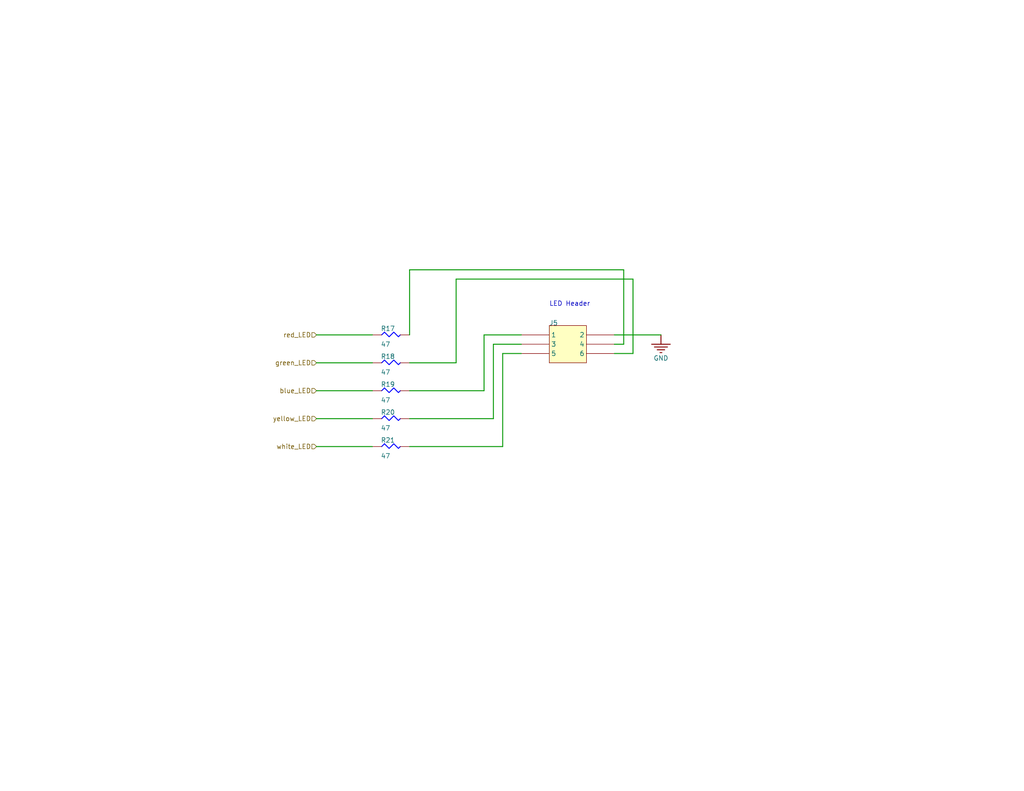
<source format=kicad_sch>
(kicad_sch (version 20230121) (generator eeschema)
  (paper "A")
  (lib_symbols
    (symbol "MEB-altium-import:GND" (power)
      (property "Reference" "#PWR" (at 0 0 0))
      (property "Value" "GND" (at 0 6.35 0))
      (symbol "GND_0_0"
        (polyline (pts (xy -2.54 -2.54) (xy 2.54 -2.54)) (stroke (width 0.254)))
        (polyline (pts (xy -1.778 -3.302) (xy 1.778 -3.302)) (stroke (width 0.254)))
        (polyline (pts (xy -1.016 -4.064) (xy 1.016 -4.064)) (stroke (width 0.254)))
        (polyline (pts (xy -0.254 -4.826) (xy 0.254 -4.826)) (stroke (width 0.254)))
        (polyline (pts (xy 0 0) (xy 0 -2.54)) (stroke (width 0.254)))
        (pin power_in line (at 0 0 0) (length 0) hide (name "GND") (number ""))
      )
    )
    (symbol "MEB-altium-import:LEDs_0_2x3 Header"
      (symbol "LEDs_0_2x3 Header_1_0"
        (rectangle (start 5.08 5.08) (end -5.08 -5.08) (fill (type background)))
        (pin passive line (at -12.7 2.54 0) (length 7.62) (name "1") (number "1"))
        (pin passive line (at 12.7 2.54 180) (length 7.62) (name "2") (number "2"))
        (pin passive line (at -12.7 0 0) (length 7.62) (name "3") (number "3"))
        (pin passive line (at 12.7 0 180) (length 7.62) (name "4") (number "4"))
        (pin passive line (at -12.7 -2.54 0) (length 7.62) (name "5") (number "5"))
        (pin passive line (at 12.7 -2.54 180) (length 7.62) (name "6") (number "6"))
      )
    )
    (symbol "MEB-altium-import:LEDs_0_ERJ-6ENF47R0V"
      (symbol "LEDs_0_ERJ-6ENF47R0V_1_0"
        (polyline (pts (xy -1.778 0.762) (xy -2.54 0)) (stroke (width 0.254) (color 0 0 255 1)))
        (polyline (pts (xy -1.778 0.762) (xy -0.508 -0.508) (xy 0.762 0.762) (xy 2.032 -0.508) (xy 2.54 0)) (stroke (width 0.254) (color 0 0 255 1)))
        (pin passive line (at -5.08 0 0) (length 2.54) (name "1") (number "1"))
        (pin passive line (at 5.08 0 180) (length 2.54) (name "2") (number "2"))
      )
    )
  )
  (wire (pts (xy 170.18 93.98) (xy 170.18 73.66)) (stroke (width 0.254)))
  (wire (pts (xy 86.36 121.92) (xy 101.6 121.92)) (stroke (width 0.254)))
  (wire (pts (xy 137.16 121.92) (xy 137.16 96.52)) (stroke (width 0.254)))
  (wire (pts (xy 167.64 93.98) (xy 170.18 93.98)) (stroke (width 0.254)))
  (wire (pts (xy 124.46 99.06) (xy 124.46 76.2)) (stroke (width 0.254)))
  (wire (pts (xy 137.16 96.52) (xy 142.24 96.52)) (stroke (width 0.254)))
  (wire (pts (xy 111.76 99.06) (xy 124.46 99.06)) (stroke (width 0.254)))
  (wire (pts (xy 124.46 76.2) (xy 172.72 76.2)) (stroke (width 0.254)))
  (wire (pts (xy 134.62 93.98) (xy 142.24 93.98)) (stroke (width 0.254)))
  (wire (pts (xy 111.76 121.92) (xy 137.16 121.92)) (stroke (width 0.254)))
  (wire (pts (xy 132.08 91.44) (xy 142.24 91.44)) (stroke (width 0.254)))
  (wire (pts (xy 132.08 106.68) (xy 132.08 91.44)) (stroke (width 0.254)))
  (wire (pts (xy 111.76 114.3) (xy 134.62 114.3)) (stroke (width 0.254)))
  (wire (pts (xy 170.18 73.66) (xy 111.76 73.66)) (stroke (width 0.254)))
  (wire (pts (xy 134.62 114.3) (xy 134.62 93.98)) (stroke (width 0.254)))
  (wire (pts (xy 86.36 106.68) (xy 101.6 106.68)) (stroke (width 0.254)))
  (wire (pts (xy 180.34 91.44) (xy 167.64 91.44)) (stroke (width 0.254)))
  (wire (pts (xy 111.76 73.66) (xy 111.76 91.44)) (stroke (width 0.254)))
  (wire (pts (xy 86.36 99.06) (xy 101.6 99.06)) (stroke (width 0.254)))
  (wire (pts (xy 86.36 114.3) (xy 101.6 114.3)) (stroke (width 0.254)))
  (wire (pts (xy 172.72 76.2) (xy 172.72 96.52)) (stroke (width 0.254)))
  (wire (pts (xy 86.36 91.44) (xy 101.6 91.44)) (stroke (width 0.254)))
  (wire (pts (xy 111.76 106.68) (xy 132.08 106.68)) (stroke (width 0.254)))
  (wire (pts (xy 172.72 96.52) (xy 167.64 96.52)) (stroke (width 0.254)))
  (text "LED Header" (at 149.86 83.82 0) (effects (font (size 1.27 1.27)) (justify left bottom)))
  (hierarchical_label "red_LED" (shape input) (at 86.36 91.44 180))
  (hierarchical_label "white_LED" (shape input) (at 86.36 121.92 180))
  (hierarchical_label "yellow_LED" (shape input) (at 86.36 114.3 180))
  (hierarchical_label "blue_LED" (shape input) (at 86.36 106.68 180))
  (hierarchical_label "green_LED" (shape input) (at 86.36 99.06 180))
  (symbol (lib_id "MEB-altium-import:LEDs_0_2x3 Header") (at 154.94 93.98 0) (unit 1)
    (property "Reference" "J5" (at 149.86 88.9 0) (effects (justify left bottom)))
    (property "Value" "Header" (effects hide))
    (property "Footprint" "AltiumImport:2x3 Header" (effects hide))
    (property "SUPPLIER 1" "Newark" (effects hide))
    (property "SUPPLIER PART NUMBER 1" "20M2191" (effects hide))
    (property "MANUFACTURER 1" "FCI" (effects hide))
    (property "ROHS" "YES" (effects hide))
    (property "DESCRIPTION 1" "FCI - 67996-406HLF - BOARD-BOARD CONNECTOR HEADER, 6 POSITION, 2ROW" (effects hide))
    (property "STOCK 1" "441" (effects hide))
    (property "PRICING 1" "1=0.254, 10=0.218, 25=0.186, 50=0.178, 100=0.16, 250=0.153, 500=0.128, 1000=0.117 (USD)" (effects hide))
    (property "PRODUCT RANGE" "BergStik 67996 Series" (effects hide))
    (property "CONTACT TERMINATION TYPE" "Through Hole" (effects hide))
    (property "GENDER" "Header" (effects hide))
    (property "NO. OF CONTACTS" "6" (effects hide))
    (property "PITCH SPACING" "2.54" (effects hide))
    (property "CONTACT PLATING" "Tin Plated Contacts" (effects hide))
    (property "NO. OF ROWS" "2" (effects hide))
    (property "COMPONENTLINK1URL" "http://www.farnell.com/datasheets/1876884.pdf" (effects hide))
    (property "COMPONENTLINK1DESCRIPTION" "http://www.farnell.com/datasheets/1876884.pdf" (effects hide))
    (property "MANUFACTURER PART NUMBER" "67996-406HLF" (effects hide))
    (property "MANUFACTURER" "Amphenol ICC (FCI)" (effects hide))
    (property "ALTIUM_VALUE" "2x3" (effects hide))
  )
  (symbol (lib_id "MEB-altium-import:LEDs_0_ERJ-6ENF47R0V") (at 106.68 99.06 0) (unit 1)
    (property "Reference" "R18" (at 103.886 98.044 0) (effects (justify left bottom)))
    (property "Value" "47" (at 103.886 102.362 0) (effects (justify left bottom)))
    (property "Footprint" "AltiumImport:SMD-0805-RES" (effects hide))
    (property "PART NUMBER" "ERJ-6ENF47R0V" (effects hide))
    (property "DATASHEETS" "http://industrial.panasonic.com/www-cgi/jvcr13pz.cgi?E+PZ+3+AOA0002+ERJ6ENF47R0V+7+WW" (effects hide))
    (property "IMAGE" "//media.digikey.com/Renders/Panasonic%20Renders/ERJ-0805%20Pkg.jpg" (effects hide))
    (property "DIGI-KEY PART NUMBER" "P47.0CCT-ND" (effects hide))
    (property "MANUFACTURER" "Panasonic Electronic Components" (effects hide))
    (property "QUANTITY AVAILABLE" "66070" (effects hide))
    (property "FACTORY STOCK" "0" (effects hide))
    (property "UNIT PRICE (USD)" "0.00729" (effects hide))
    (property "@ QTY" "1500" (effects hide))
    (property "MINIMUM QUANTITY" "1" (effects hide))
    (property "PACKAGING" "Cut Tape (CT)" (effects hide))
    (property "SERIES" "ERJ" (effects hide))
    (property "PART STATUS" "Active" (effects hide))
    (property "ALTIUM_VALUE" "47" (effects hide))
    (property "TOLERANCE" "±1%" (effects hide))
    (property "POWER (WATTS)" "0.125W, 1/8W" (effects hide))
    (property "COMPOSITION" "Thick Film" (effects hide))
    (property "FEATURES" "Automotive AEC-Q200" (effects hide))
    (property "TEMPERATURE COEFFICIENT" "±100ppm/°C" (effects hide))
    (property "OPERATING TEMPERATURE" "-55°C ~ 155°C" (effects hide))
    (property "PACKAGE / CASE" "0805 (2012 Metric)" (effects hide))
    (property "SUPPLIER DEVICE PACKAGE" "0805" (effects hide))
    (property "SIZE / DIMENSION" "0.079\" L x 0.049\" W (2.00mm x 1.25mm)" (effects hide))
    (property "HEIGHT - SEATED (MAX)" "0.028\" (0.70mm)" (effects hide))
    (property "NUMBER OF TERMINATIONS" "2" (effects hide))
    (property "FAILURE RATE" "-" (effects hide))
    (property "MANUFACTURER PART NUMBER" "ERJ-6ENF47R0V" (effects hide))
  )
  (symbol (lib_id "MEB-altium-import:LEDs_0_ERJ-6ENF47R0V") (at 106.68 106.68 0) (unit 1)
    (property "Reference" "R19" (at 103.886 105.664 0) (effects (justify left bottom)))
    (property "Value" "47" (at 103.886 109.982 0) (effects (justify left bottom)))
    (property "Footprint" "AltiumImport:SMD-0805-RES" (effects hide))
    (property "PART NUMBER" "ERJ-6ENF47R0V" (effects hide))
    (property "DATASHEETS" "http://industrial.panasonic.com/www-cgi/jvcr13pz.cgi?E+PZ+3+AOA0002+ERJ6ENF47R0V+7+WW" (effects hide))
    (property "IMAGE" "//media.digikey.com/Renders/Panasonic%20Renders/ERJ-0805%20Pkg.jpg" (effects hide))
    (property "DIGI-KEY PART NUMBER" "P47.0CCT-ND" (effects hide))
    (property "MANUFACTURER" "Panasonic Electronic Components" (effects hide))
    (property "QUANTITY AVAILABLE" "66070" (effects hide))
    (property "FACTORY STOCK" "0" (effects hide))
    (property "UNIT PRICE (USD)" "0.00729" (effects hide))
    (property "@ QTY" "1500" (effects hide))
    (property "MINIMUM QUANTITY" "1" (effects hide))
    (property "PACKAGING" "Cut Tape (CT)" (effects hide))
    (property "SERIES" "ERJ" (effects hide))
    (property "PART STATUS" "Active" (effects hide))
    (property "ALTIUM_VALUE" "47" (effects hide))
    (property "TOLERANCE" "±1%" (effects hide))
    (property "POWER (WATTS)" "0.125W, 1/8W" (effects hide))
    (property "COMPOSITION" "Thick Film" (effects hide))
    (property "FEATURES" "Automotive AEC-Q200" (effects hide))
    (property "TEMPERATURE COEFFICIENT" "±100ppm/°C" (effects hide))
    (property "OPERATING TEMPERATURE" "-55°C ~ 155°C" (effects hide))
    (property "PACKAGE / CASE" "0805 (2012 Metric)" (effects hide))
    (property "SUPPLIER DEVICE PACKAGE" "0805" (effects hide))
    (property "SIZE / DIMENSION" "0.079\" L x 0.049\" W (2.00mm x 1.25mm)" (effects hide))
    (property "HEIGHT - SEATED (MAX)" "0.028\" (0.70mm)" (effects hide))
    (property "NUMBER OF TERMINATIONS" "2" (effects hide))
    (property "FAILURE RATE" "-" (effects hide))
    (property "MANUFACTURER PART NUMBER" "ERJ-6ENF47R0V" (effects hide))
  )
  (symbol (lib_id "MEB-altium-import:LEDs_0_ERJ-6ENF47R0V") (at 106.68 114.3 0) (unit 1)
    (property "Reference" "R20" (at 103.886 113.284 0) (effects (justify left bottom)))
    (property "Value" "47" (at 103.886 117.602 0) (effects (justify left bottom)))
    (property "Footprint" "AltiumImport:SMD-0805-RES" (effects hide))
    (property "PART NUMBER" "ERJ-6ENF47R0V" (effects hide))
    (property "DATASHEETS" "http://industrial.panasonic.com/www-cgi/jvcr13pz.cgi?E+PZ+3+AOA0002+ERJ6ENF47R0V+7+WW" (effects hide))
    (property "IMAGE" "//media.digikey.com/Renders/Panasonic%20Renders/ERJ-0805%20Pkg.jpg" (effects hide))
    (property "DIGI-KEY PART NUMBER" "P47.0CCT-ND" (effects hide))
    (property "MANUFACTURER" "Panasonic Electronic Components" (effects hide))
    (property "QUANTITY AVAILABLE" "66070" (effects hide))
    (property "FACTORY STOCK" "0" (effects hide))
    (property "UNIT PRICE (USD)" "0.00729" (effects hide))
    (property "@ QTY" "1500" (effects hide))
    (property "MINIMUM QUANTITY" "1" (effects hide))
    (property "PACKAGING" "Cut Tape (CT)" (effects hide))
    (property "SERIES" "ERJ" (effects hide))
    (property "PART STATUS" "Active" (effects hide))
    (property "ALTIUM_VALUE" "47" (effects hide))
    (property "TOLERANCE" "±1%" (effects hide))
    (property "POWER (WATTS)" "0.125W, 1/8W" (effects hide))
    (property "COMPOSITION" "Thick Film" (effects hide))
    (property "FEATURES" "Automotive AEC-Q200" (effects hide))
    (property "TEMPERATURE COEFFICIENT" "±100ppm/°C" (effects hide))
    (property "OPERATING TEMPERATURE" "-55°C ~ 155°C" (effects hide))
    (property "PACKAGE / CASE" "0805 (2012 Metric)" (effects hide))
    (property "SUPPLIER DEVICE PACKAGE" "0805" (effects hide))
    (property "SIZE / DIMENSION" "0.079\" L x 0.049\" W (2.00mm x 1.25mm)" (effects hide))
    (property "HEIGHT - SEATED (MAX)" "0.028\" (0.70mm)" (effects hide))
    (property "NUMBER OF TERMINATIONS" "2" (effects hide))
    (property "FAILURE RATE" "-" (effects hide))
    (property "MANUFACTURER PART NUMBER" "ERJ-6ENF47R0V" (effects hide))
  )
  (symbol (lib_id "MEB-altium-import:LEDs_0_ERJ-6ENF47R0V") (at 106.68 91.44 0) (unit 1)
    (property "Reference" "R17" (at 103.886 90.424 0) (effects (justify left bottom)))
    (property "Value" "47" (at 103.886 94.742 0) (effects (justify left bottom)))
    (property "Footprint" "AltiumImport:SMD-0805-RES" (effects hide))
    (property "PART NUMBER" "ERJ-6ENF47R0V" (effects hide))
    (property "DATASHEETS" "http://industrial.panasonic.com/www-cgi/jvcr13pz.cgi?E+PZ+3+AOA0002+ERJ6ENF47R0V+7+WW" (effects hide))
    (property "IMAGE" "//media.digikey.com/Renders/Panasonic%20Renders/ERJ-0805%20Pkg.jpg" (effects hide))
    (property "DIGI-KEY PART NUMBER" "P47.0CCT-ND" (effects hide))
    (property "MANUFACTURER" "Panasonic Electronic Components" (effects hide))
    (property "QUANTITY AVAILABLE" "66070" (effects hide))
    (property "FACTORY STOCK" "0" (effects hide))
    (property "UNIT PRICE (USD)" "0.00729" (effects hide))
    (property "@ QTY" "1500" (effects hide))
    (property "MINIMUM QUANTITY" "1" (effects hide))
    (property "PACKAGING" "Cut Tape (CT)" (effects hide))
    (property "SERIES" "ERJ" (effects hide))
    (property "PART STATUS" "Active" (effects hide))
    (property "ALTIUM_VALUE" "47" (effects hide))
    (property "TOLERANCE" "±1%" (effects hide))
    (property "POWER (WATTS)" "0.125W, 1/8W" (effects hide))
    (property "COMPOSITION" "Thick Film" (effects hide))
    (property "FEATURES" "Automotive AEC-Q200" (effects hide))
    (property "TEMPERATURE COEFFICIENT" "±100ppm/°C" (effects hide))
    (property "OPERATING TEMPERATURE" "-55°C ~ 155°C" (effects hide))
    (property "PACKAGE / CASE" "0805 (2012 Metric)" (effects hide))
    (property "SUPPLIER DEVICE PACKAGE" "0805" (effects hide))
    (property "SIZE / DIMENSION" "0.079\" L x 0.049\" W (2.00mm x 1.25mm)" (effects hide))
    (property "HEIGHT - SEATED (MAX)" "0.028\" (0.70mm)" (effects hide))
    (property "NUMBER OF TERMINATIONS" "2" (effects hide))
    (property "FAILURE RATE" "-" (effects hide))
    (property "MANUFACTURER PART NUMBER" "ERJ-6ENF47R0V" (effects hide))
  )
  (symbol (lib_id "MEB-altium-import:LEDs_0_ERJ-6ENF47R0V") (at 106.68 121.92 0) (unit 1)
    (property "Reference" "R21" (at 103.886 120.904 0) (effects (justify left bottom)))
    (property "Value" "47" (at 103.886 125.222 0) (effects (justify left bottom)))
    (property "Footprint" "AltiumImport:SMD-0805-RES" (effects hide))
    (property "PART NUMBER" "ERJ-6ENF47R0V" (effects hide))
    (property "DATASHEETS" "http://industrial.panasonic.com/www-cgi/jvcr13pz.cgi?E+PZ+3+AOA0002+ERJ6ENF47R0V+7+WW" (effects hide))
    (property "IMAGE" "//media.digikey.com/Renders/Panasonic%20Renders/ERJ-0805%20Pkg.jpg" (effects hide))
    (property "DIGI-KEY PART NUMBER" "P47.0CCT-ND" (effects hide))
    (property "MANUFACTURER" "Panasonic Electronic Components" (effects hide))
    (property "QUANTITY AVAILABLE" "66070" (effects hide))
    (property "FACTORY STOCK" "0" (effects hide))
    (property "UNIT PRICE (USD)" "0.00729" (effects hide))
    (property "@ QTY" "1500" (effects hide))
    (property "MINIMUM QUANTITY" "1" (effects hide))
    (property "PACKAGING" "Cut Tape (CT)" (effects hide))
    (property "SERIES" "ERJ" (effects hide))
    (property "PART STATUS" "Active" (effects hide))
    (property "ALTIUM_VALUE" "47" (effects hide))
    (property "TOLERANCE" "±1%" (effects hide))
    (property "POWER (WATTS)" "0.125W, 1/8W" (effects hide))
    (property "COMPOSITION" "Thick Film" (effects hide))
    (property "FEATURES" "Automotive AEC-Q200" (effects hide))
    (property "TEMPERATURE COEFFICIENT" "±100ppm/°C" (effects hide))
    (property "OPERATING TEMPERATURE" "-55°C ~ 155°C" (effects hide))
    (property "PACKAGE / CASE" "0805 (2012 Metric)" (effects hide))
    (property "SUPPLIER DEVICE PACKAGE" "0805" (effects hide))
    (property "SIZE / DIMENSION" "0.079\" L x 0.049\" W (2.00mm x 1.25mm)" (effects hide))
    (property "HEIGHT - SEATED (MAX)" "0.028\" (0.70mm)" (effects hide))
    (property "NUMBER OF TERMINATIONS" "2" (effects hide))
    (property "FAILURE RATE" "-" (effects hide))
    (property "MANUFACTURER PART NUMBER" "ERJ-6ENF47R0V" (effects hide))
  )
  (symbol (lib_id "MEB-altium-import:GND") (at 180.34 91.44 0) (unit 1)
    (property "Reference" "#PWR0120" (effects hide))
    (property "Value" "GND" (at 180.34 97.79 0))
  )
)
</source>
